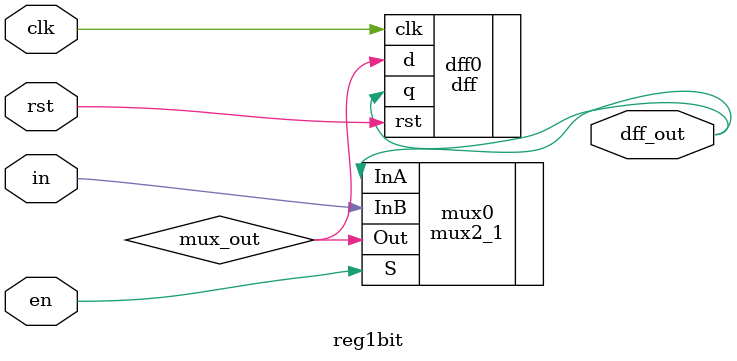
<source format=v>
module reg1bit (dff_out, in, en, clk, rst);
    input in, en, clk, rst;
    output dff_out;
    wire mux_out;

    mux2_1 mux0 (.InA(dff_out), .InB(in), .S(en), .Out(mux_out));
    dff dff0 (.q(dff_out), .d(mux_out), .clk(clk), .rst(rst));

endmodule

</source>
